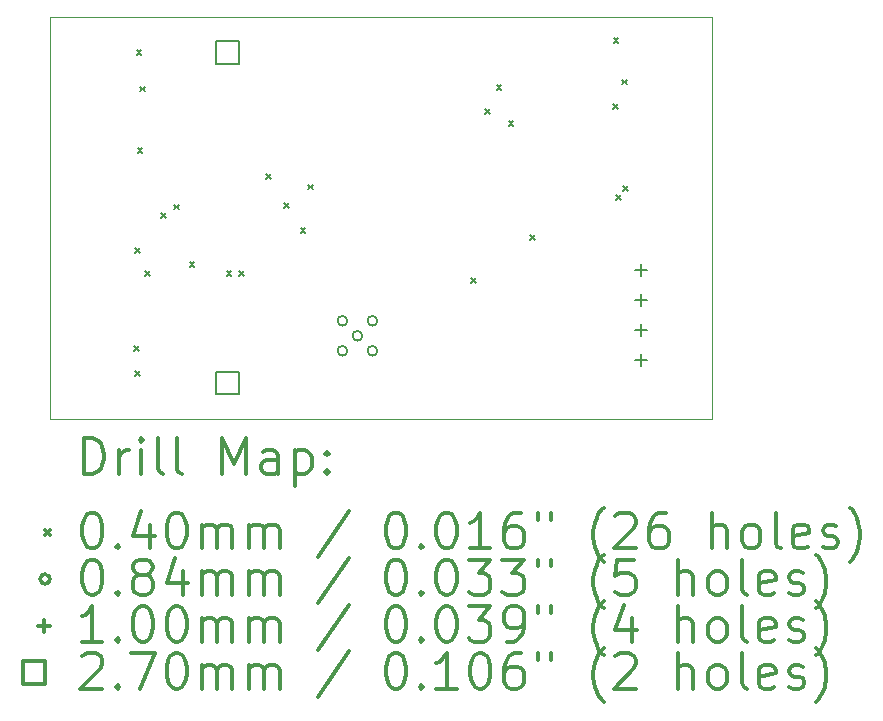
<source format=gbr>
%FSLAX45Y45*%
G04 Gerber Fmt 4.5, Leading zero omitted, Abs format (unit mm)*
G04 Created by KiCad (PCBNEW (5.1.5-0)) date 2022-05-12 16:28:52*
%MOMM*%
%LPD*%
G04 APERTURE LIST*
%TA.AperFunction,Profile*%
%ADD10C,0.050000*%
%TD*%
%ADD11C,0.200000*%
%ADD12C,0.300000*%
G04 APERTURE END LIST*
D10*
X14400000Y-6000000D02*
X8800000Y-6000000D01*
X14400000Y-9400000D02*
X14400000Y-6000000D01*
X8800000Y-9400000D02*
X14400000Y-9400000D01*
X8800000Y-6000000D02*
X8800000Y-9400000D01*
D11*
X9510000Y-8790000D02*
X9550000Y-8830000D01*
X9550000Y-8790000D02*
X9510000Y-8830000D01*
X9520000Y-7960000D02*
X9560000Y-8000000D01*
X9560000Y-7960000D02*
X9520000Y-8000000D01*
X9520000Y-9000000D02*
X9560000Y-9040000D01*
X9560000Y-9000000D02*
X9520000Y-9040000D01*
X9530000Y-6280000D02*
X9570000Y-6320000D01*
X9570000Y-6280000D02*
X9530000Y-6320000D01*
X9540000Y-7110000D02*
X9580000Y-7150000D01*
X9580000Y-7110000D02*
X9540000Y-7150000D01*
X9560000Y-6590000D02*
X9600000Y-6630000D01*
X9600000Y-6590000D02*
X9560000Y-6630000D01*
X9600000Y-8150000D02*
X9640000Y-8190000D01*
X9640000Y-8150000D02*
X9600000Y-8190000D01*
X9740000Y-7660000D02*
X9780000Y-7700000D01*
X9780000Y-7660000D02*
X9740000Y-7700000D01*
X9850000Y-7590000D02*
X9890000Y-7630000D01*
X9890000Y-7590000D02*
X9850000Y-7630000D01*
X9980000Y-8077500D02*
X10020000Y-8117500D01*
X10020000Y-8077500D02*
X9980000Y-8117500D01*
X10292500Y-8150000D02*
X10332500Y-8190000D01*
X10332500Y-8150000D02*
X10292500Y-8190000D01*
X10400000Y-8150000D02*
X10440000Y-8190000D01*
X10440000Y-8150000D02*
X10400000Y-8190000D01*
X10630000Y-7330000D02*
X10670000Y-7370000D01*
X10670000Y-7330000D02*
X10630000Y-7370000D01*
X10780000Y-7577500D02*
X10820000Y-7617500D01*
X10820000Y-7577500D02*
X10780000Y-7617500D01*
X10920000Y-7787500D02*
X10960000Y-7827500D01*
X10960000Y-7787500D02*
X10920000Y-7827500D01*
X10980000Y-7420000D02*
X11020000Y-7460000D01*
X11020000Y-7420000D02*
X10980000Y-7460000D01*
X12360000Y-8210000D02*
X12400000Y-8250000D01*
X12400000Y-8210000D02*
X12360000Y-8250000D01*
X12480000Y-6780000D02*
X12520000Y-6820000D01*
X12520000Y-6780000D02*
X12480000Y-6820000D01*
X12580000Y-6580000D02*
X12620000Y-6620000D01*
X12620000Y-6580000D02*
X12580000Y-6620000D01*
X12680000Y-6880000D02*
X12720000Y-6920000D01*
X12720000Y-6880000D02*
X12680000Y-6920000D01*
X12860000Y-7850000D02*
X12900000Y-7890000D01*
X12900000Y-7850000D02*
X12860000Y-7890000D01*
X13567500Y-6740000D02*
X13607500Y-6780000D01*
X13607500Y-6740000D02*
X13567500Y-6780000D01*
X13570000Y-6180000D02*
X13610000Y-6220000D01*
X13610000Y-6180000D02*
X13570000Y-6220000D01*
X13590000Y-7510000D02*
X13630000Y-7550000D01*
X13630000Y-7510000D02*
X13590000Y-7550000D01*
X13640000Y-6530000D02*
X13680000Y-6570000D01*
X13680000Y-6530000D02*
X13640000Y-6570000D01*
X13650000Y-7430000D02*
X13690000Y-7470000D01*
X13690000Y-7430000D02*
X13650000Y-7470000D01*
X11315000Y-8573000D02*
G75*
G03X11315000Y-8573000I-42000J0D01*
G01*
X11315000Y-8827000D02*
G75*
G03X11315000Y-8827000I-42000J0D01*
G01*
X11442000Y-8700000D02*
G75*
G03X11442000Y-8700000I-42000J0D01*
G01*
X11569000Y-8573000D02*
G75*
G03X11569000Y-8573000I-42000J0D01*
G01*
X11569000Y-8827000D02*
G75*
G03X11569000Y-8827000I-42000J0D01*
G01*
X13800000Y-8090000D02*
X13800000Y-8190000D01*
X13750000Y-8140000D02*
X13850000Y-8140000D01*
X13800000Y-8344000D02*
X13800000Y-8444000D01*
X13750000Y-8394000D02*
X13850000Y-8394000D01*
X13800000Y-8598000D02*
X13800000Y-8698000D01*
X13750000Y-8648000D02*
X13850000Y-8648000D01*
X13800000Y-8852000D02*
X13800000Y-8952000D01*
X13750000Y-8902000D02*
X13850000Y-8902000D01*
X10395460Y-6395460D02*
X10395460Y-6204540D01*
X10204540Y-6204540D01*
X10204540Y-6395460D01*
X10395460Y-6395460D01*
X10395460Y-9195460D02*
X10395460Y-9004540D01*
X10204540Y-9004540D01*
X10204540Y-9195460D01*
X10395460Y-9195460D01*
D12*
X9083928Y-9868214D02*
X9083928Y-9568214D01*
X9155357Y-9568214D01*
X9198214Y-9582500D01*
X9226786Y-9611072D01*
X9241071Y-9639643D01*
X9255357Y-9696786D01*
X9255357Y-9739643D01*
X9241071Y-9796786D01*
X9226786Y-9825357D01*
X9198214Y-9853929D01*
X9155357Y-9868214D01*
X9083928Y-9868214D01*
X9383928Y-9868214D02*
X9383928Y-9668214D01*
X9383928Y-9725357D02*
X9398214Y-9696786D01*
X9412500Y-9682500D01*
X9441071Y-9668214D01*
X9469643Y-9668214D01*
X9569643Y-9868214D02*
X9569643Y-9668214D01*
X9569643Y-9568214D02*
X9555357Y-9582500D01*
X9569643Y-9596786D01*
X9583928Y-9582500D01*
X9569643Y-9568214D01*
X9569643Y-9596786D01*
X9755357Y-9868214D02*
X9726786Y-9853929D01*
X9712500Y-9825357D01*
X9712500Y-9568214D01*
X9912500Y-9868214D02*
X9883928Y-9853929D01*
X9869643Y-9825357D01*
X9869643Y-9568214D01*
X10255357Y-9868214D02*
X10255357Y-9568214D01*
X10355357Y-9782500D01*
X10455357Y-9568214D01*
X10455357Y-9868214D01*
X10726786Y-9868214D02*
X10726786Y-9711072D01*
X10712500Y-9682500D01*
X10683928Y-9668214D01*
X10626786Y-9668214D01*
X10598214Y-9682500D01*
X10726786Y-9853929D02*
X10698214Y-9868214D01*
X10626786Y-9868214D01*
X10598214Y-9853929D01*
X10583928Y-9825357D01*
X10583928Y-9796786D01*
X10598214Y-9768214D01*
X10626786Y-9753929D01*
X10698214Y-9753929D01*
X10726786Y-9739643D01*
X10869643Y-9668214D02*
X10869643Y-9968214D01*
X10869643Y-9682500D02*
X10898214Y-9668214D01*
X10955357Y-9668214D01*
X10983928Y-9682500D01*
X10998214Y-9696786D01*
X11012500Y-9725357D01*
X11012500Y-9811072D01*
X10998214Y-9839643D01*
X10983928Y-9853929D01*
X10955357Y-9868214D01*
X10898214Y-9868214D01*
X10869643Y-9853929D01*
X11141071Y-9839643D02*
X11155357Y-9853929D01*
X11141071Y-9868214D01*
X11126786Y-9853929D01*
X11141071Y-9839643D01*
X11141071Y-9868214D01*
X11141071Y-9682500D02*
X11155357Y-9696786D01*
X11141071Y-9711072D01*
X11126786Y-9696786D01*
X11141071Y-9682500D01*
X11141071Y-9711072D01*
X8757500Y-10342500D02*
X8797500Y-10382500D01*
X8797500Y-10342500D02*
X8757500Y-10382500D01*
X9141071Y-10198214D02*
X9169643Y-10198214D01*
X9198214Y-10212500D01*
X9212500Y-10226786D01*
X9226786Y-10255357D01*
X9241071Y-10312500D01*
X9241071Y-10383929D01*
X9226786Y-10441072D01*
X9212500Y-10469643D01*
X9198214Y-10483929D01*
X9169643Y-10498214D01*
X9141071Y-10498214D01*
X9112500Y-10483929D01*
X9098214Y-10469643D01*
X9083928Y-10441072D01*
X9069643Y-10383929D01*
X9069643Y-10312500D01*
X9083928Y-10255357D01*
X9098214Y-10226786D01*
X9112500Y-10212500D01*
X9141071Y-10198214D01*
X9369643Y-10469643D02*
X9383928Y-10483929D01*
X9369643Y-10498214D01*
X9355357Y-10483929D01*
X9369643Y-10469643D01*
X9369643Y-10498214D01*
X9641071Y-10298214D02*
X9641071Y-10498214D01*
X9569643Y-10183929D02*
X9498214Y-10398214D01*
X9683928Y-10398214D01*
X9855357Y-10198214D02*
X9883928Y-10198214D01*
X9912500Y-10212500D01*
X9926786Y-10226786D01*
X9941071Y-10255357D01*
X9955357Y-10312500D01*
X9955357Y-10383929D01*
X9941071Y-10441072D01*
X9926786Y-10469643D01*
X9912500Y-10483929D01*
X9883928Y-10498214D01*
X9855357Y-10498214D01*
X9826786Y-10483929D01*
X9812500Y-10469643D01*
X9798214Y-10441072D01*
X9783928Y-10383929D01*
X9783928Y-10312500D01*
X9798214Y-10255357D01*
X9812500Y-10226786D01*
X9826786Y-10212500D01*
X9855357Y-10198214D01*
X10083928Y-10498214D02*
X10083928Y-10298214D01*
X10083928Y-10326786D02*
X10098214Y-10312500D01*
X10126786Y-10298214D01*
X10169643Y-10298214D01*
X10198214Y-10312500D01*
X10212500Y-10341072D01*
X10212500Y-10498214D01*
X10212500Y-10341072D02*
X10226786Y-10312500D01*
X10255357Y-10298214D01*
X10298214Y-10298214D01*
X10326786Y-10312500D01*
X10341071Y-10341072D01*
X10341071Y-10498214D01*
X10483928Y-10498214D02*
X10483928Y-10298214D01*
X10483928Y-10326786D02*
X10498214Y-10312500D01*
X10526786Y-10298214D01*
X10569643Y-10298214D01*
X10598214Y-10312500D01*
X10612500Y-10341072D01*
X10612500Y-10498214D01*
X10612500Y-10341072D02*
X10626786Y-10312500D01*
X10655357Y-10298214D01*
X10698214Y-10298214D01*
X10726786Y-10312500D01*
X10741071Y-10341072D01*
X10741071Y-10498214D01*
X11326786Y-10183929D02*
X11069643Y-10569643D01*
X11712500Y-10198214D02*
X11741071Y-10198214D01*
X11769643Y-10212500D01*
X11783928Y-10226786D01*
X11798214Y-10255357D01*
X11812500Y-10312500D01*
X11812500Y-10383929D01*
X11798214Y-10441072D01*
X11783928Y-10469643D01*
X11769643Y-10483929D01*
X11741071Y-10498214D01*
X11712500Y-10498214D01*
X11683928Y-10483929D01*
X11669643Y-10469643D01*
X11655357Y-10441072D01*
X11641071Y-10383929D01*
X11641071Y-10312500D01*
X11655357Y-10255357D01*
X11669643Y-10226786D01*
X11683928Y-10212500D01*
X11712500Y-10198214D01*
X11941071Y-10469643D02*
X11955357Y-10483929D01*
X11941071Y-10498214D01*
X11926786Y-10483929D01*
X11941071Y-10469643D01*
X11941071Y-10498214D01*
X12141071Y-10198214D02*
X12169643Y-10198214D01*
X12198214Y-10212500D01*
X12212500Y-10226786D01*
X12226786Y-10255357D01*
X12241071Y-10312500D01*
X12241071Y-10383929D01*
X12226786Y-10441072D01*
X12212500Y-10469643D01*
X12198214Y-10483929D01*
X12169643Y-10498214D01*
X12141071Y-10498214D01*
X12112500Y-10483929D01*
X12098214Y-10469643D01*
X12083928Y-10441072D01*
X12069643Y-10383929D01*
X12069643Y-10312500D01*
X12083928Y-10255357D01*
X12098214Y-10226786D01*
X12112500Y-10212500D01*
X12141071Y-10198214D01*
X12526786Y-10498214D02*
X12355357Y-10498214D01*
X12441071Y-10498214D02*
X12441071Y-10198214D01*
X12412500Y-10241072D01*
X12383928Y-10269643D01*
X12355357Y-10283929D01*
X12783928Y-10198214D02*
X12726786Y-10198214D01*
X12698214Y-10212500D01*
X12683928Y-10226786D01*
X12655357Y-10269643D01*
X12641071Y-10326786D01*
X12641071Y-10441072D01*
X12655357Y-10469643D01*
X12669643Y-10483929D01*
X12698214Y-10498214D01*
X12755357Y-10498214D01*
X12783928Y-10483929D01*
X12798214Y-10469643D01*
X12812500Y-10441072D01*
X12812500Y-10369643D01*
X12798214Y-10341072D01*
X12783928Y-10326786D01*
X12755357Y-10312500D01*
X12698214Y-10312500D01*
X12669643Y-10326786D01*
X12655357Y-10341072D01*
X12641071Y-10369643D01*
X12926786Y-10198214D02*
X12926786Y-10255357D01*
X13041071Y-10198214D02*
X13041071Y-10255357D01*
X13483928Y-10612500D02*
X13469643Y-10598214D01*
X13441071Y-10555357D01*
X13426786Y-10526786D01*
X13412500Y-10483929D01*
X13398214Y-10412500D01*
X13398214Y-10355357D01*
X13412500Y-10283929D01*
X13426786Y-10241072D01*
X13441071Y-10212500D01*
X13469643Y-10169643D01*
X13483928Y-10155357D01*
X13583928Y-10226786D02*
X13598214Y-10212500D01*
X13626786Y-10198214D01*
X13698214Y-10198214D01*
X13726786Y-10212500D01*
X13741071Y-10226786D01*
X13755357Y-10255357D01*
X13755357Y-10283929D01*
X13741071Y-10326786D01*
X13569643Y-10498214D01*
X13755357Y-10498214D01*
X14012500Y-10198214D02*
X13955357Y-10198214D01*
X13926786Y-10212500D01*
X13912500Y-10226786D01*
X13883928Y-10269643D01*
X13869643Y-10326786D01*
X13869643Y-10441072D01*
X13883928Y-10469643D01*
X13898214Y-10483929D01*
X13926786Y-10498214D01*
X13983928Y-10498214D01*
X14012500Y-10483929D01*
X14026786Y-10469643D01*
X14041071Y-10441072D01*
X14041071Y-10369643D01*
X14026786Y-10341072D01*
X14012500Y-10326786D01*
X13983928Y-10312500D01*
X13926786Y-10312500D01*
X13898214Y-10326786D01*
X13883928Y-10341072D01*
X13869643Y-10369643D01*
X14398214Y-10498214D02*
X14398214Y-10198214D01*
X14526786Y-10498214D02*
X14526786Y-10341072D01*
X14512500Y-10312500D01*
X14483928Y-10298214D01*
X14441071Y-10298214D01*
X14412500Y-10312500D01*
X14398214Y-10326786D01*
X14712500Y-10498214D02*
X14683928Y-10483929D01*
X14669643Y-10469643D01*
X14655357Y-10441072D01*
X14655357Y-10355357D01*
X14669643Y-10326786D01*
X14683928Y-10312500D01*
X14712500Y-10298214D01*
X14755357Y-10298214D01*
X14783928Y-10312500D01*
X14798214Y-10326786D01*
X14812500Y-10355357D01*
X14812500Y-10441072D01*
X14798214Y-10469643D01*
X14783928Y-10483929D01*
X14755357Y-10498214D01*
X14712500Y-10498214D01*
X14983928Y-10498214D02*
X14955357Y-10483929D01*
X14941071Y-10455357D01*
X14941071Y-10198214D01*
X15212500Y-10483929D02*
X15183928Y-10498214D01*
X15126786Y-10498214D01*
X15098214Y-10483929D01*
X15083928Y-10455357D01*
X15083928Y-10341072D01*
X15098214Y-10312500D01*
X15126786Y-10298214D01*
X15183928Y-10298214D01*
X15212500Y-10312500D01*
X15226786Y-10341072D01*
X15226786Y-10369643D01*
X15083928Y-10398214D01*
X15341071Y-10483929D02*
X15369643Y-10498214D01*
X15426786Y-10498214D01*
X15455357Y-10483929D01*
X15469643Y-10455357D01*
X15469643Y-10441072D01*
X15455357Y-10412500D01*
X15426786Y-10398214D01*
X15383928Y-10398214D01*
X15355357Y-10383929D01*
X15341071Y-10355357D01*
X15341071Y-10341072D01*
X15355357Y-10312500D01*
X15383928Y-10298214D01*
X15426786Y-10298214D01*
X15455357Y-10312500D01*
X15569643Y-10612500D02*
X15583928Y-10598214D01*
X15612500Y-10555357D01*
X15626786Y-10526786D01*
X15641071Y-10483929D01*
X15655357Y-10412500D01*
X15655357Y-10355357D01*
X15641071Y-10283929D01*
X15626786Y-10241072D01*
X15612500Y-10212500D01*
X15583928Y-10169643D01*
X15569643Y-10155357D01*
X8797500Y-10758500D02*
G75*
G03X8797500Y-10758500I-42000J0D01*
G01*
X9141071Y-10594214D02*
X9169643Y-10594214D01*
X9198214Y-10608500D01*
X9212500Y-10622786D01*
X9226786Y-10651357D01*
X9241071Y-10708500D01*
X9241071Y-10779929D01*
X9226786Y-10837072D01*
X9212500Y-10865643D01*
X9198214Y-10879929D01*
X9169643Y-10894214D01*
X9141071Y-10894214D01*
X9112500Y-10879929D01*
X9098214Y-10865643D01*
X9083928Y-10837072D01*
X9069643Y-10779929D01*
X9069643Y-10708500D01*
X9083928Y-10651357D01*
X9098214Y-10622786D01*
X9112500Y-10608500D01*
X9141071Y-10594214D01*
X9369643Y-10865643D02*
X9383928Y-10879929D01*
X9369643Y-10894214D01*
X9355357Y-10879929D01*
X9369643Y-10865643D01*
X9369643Y-10894214D01*
X9555357Y-10722786D02*
X9526786Y-10708500D01*
X9512500Y-10694214D01*
X9498214Y-10665643D01*
X9498214Y-10651357D01*
X9512500Y-10622786D01*
X9526786Y-10608500D01*
X9555357Y-10594214D01*
X9612500Y-10594214D01*
X9641071Y-10608500D01*
X9655357Y-10622786D01*
X9669643Y-10651357D01*
X9669643Y-10665643D01*
X9655357Y-10694214D01*
X9641071Y-10708500D01*
X9612500Y-10722786D01*
X9555357Y-10722786D01*
X9526786Y-10737072D01*
X9512500Y-10751357D01*
X9498214Y-10779929D01*
X9498214Y-10837072D01*
X9512500Y-10865643D01*
X9526786Y-10879929D01*
X9555357Y-10894214D01*
X9612500Y-10894214D01*
X9641071Y-10879929D01*
X9655357Y-10865643D01*
X9669643Y-10837072D01*
X9669643Y-10779929D01*
X9655357Y-10751357D01*
X9641071Y-10737072D01*
X9612500Y-10722786D01*
X9926786Y-10694214D02*
X9926786Y-10894214D01*
X9855357Y-10579929D02*
X9783928Y-10794214D01*
X9969643Y-10794214D01*
X10083928Y-10894214D02*
X10083928Y-10694214D01*
X10083928Y-10722786D02*
X10098214Y-10708500D01*
X10126786Y-10694214D01*
X10169643Y-10694214D01*
X10198214Y-10708500D01*
X10212500Y-10737072D01*
X10212500Y-10894214D01*
X10212500Y-10737072D02*
X10226786Y-10708500D01*
X10255357Y-10694214D01*
X10298214Y-10694214D01*
X10326786Y-10708500D01*
X10341071Y-10737072D01*
X10341071Y-10894214D01*
X10483928Y-10894214D02*
X10483928Y-10694214D01*
X10483928Y-10722786D02*
X10498214Y-10708500D01*
X10526786Y-10694214D01*
X10569643Y-10694214D01*
X10598214Y-10708500D01*
X10612500Y-10737072D01*
X10612500Y-10894214D01*
X10612500Y-10737072D02*
X10626786Y-10708500D01*
X10655357Y-10694214D01*
X10698214Y-10694214D01*
X10726786Y-10708500D01*
X10741071Y-10737072D01*
X10741071Y-10894214D01*
X11326786Y-10579929D02*
X11069643Y-10965643D01*
X11712500Y-10594214D02*
X11741071Y-10594214D01*
X11769643Y-10608500D01*
X11783928Y-10622786D01*
X11798214Y-10651357D01*
X11812500Y-10708500D01*
X11812500Y-10779929D01*
X11798214Y-10837072D01*
X11783928Y-10865643D01*
X11769643Y-10879929D01*
X11741071Y-10894214D01*
X11712500Y-10894214D01*
X11683928Y-10879929D01*
X11669643Y-10865643D01*
X11655357Y-10837072D01*
X11641071Y-10779929D01*
X11641071Y-10708500D01*
X11655357Y-10651357D01*
X11669643Y-10622786D01*
X11683928Y-10608500D01*
X11712500Y-10594214D01*
X11941071Y-10865643D02*
X11955357Y-10879929D01*
X11941071Y-10894214D01*
X11926786Y-10879929D01*
X11941071Y-10865643D01*
X11941071Y-10894214D01*
X12141071Y-10594214D02*
X12169643Y-10594214D01*
X12198214Y-10608500D01*
X12212500Y-10622786D01*
X12226786Y-10651357D01*
X12241071Y-10708500D01*
X12241071Y-10779929D01*
X12226786Y-10837072D01*
X12212500Y-10865643D01*
X12198214Y-10879929D01*
X12169643Y-10894214D01*
X12141071Y-10894214D01*
X12112500Y-10879929D01*
X12098214Y-10865643D01*
X12083928Y-10837072D01*
X12069643Y-10779929D01*
X12069643Y-10708500D01*
X12083928Y-10651357D01*
X12098214Y-10622786D01*
X12112500Y-10608500D01*
X12141071Y-10594214D01*
X12341071Y-10594214D02*
X12526786Y-10594214D01*
X12426786Y-10708500D01*
X12469643Y-10708500D01*
X12498214Y-10722786D01*
X12512500Y-10737072D01*
X12526786Y-10765643D01*
X12526786Y-10837072D01*
X12512500Y-10865643D01*
X12498214Y-10879929D01*
X12469643Y-10894214D01*
X12383928Y-10894214D01*
X12355357Y-10879929D01*
X12341071Y-10865643D01*
X12626786Y-10594214D02*
X12812500Y-10594214D01*
X12712500Y-10708500D01*
X12755357Y-10708500D01*
X12783928Y-10722786D01*
X12798214Y-10737072D01*
X12812500Y-10765643D01*
X12812500Y-10837072D01*
X12798214Y-10865643D01*
X12783928Y-10879929D01*
X12755357Y-10894214D01*
X12669643Y-10894214D01*
X12641071Y-10879929D01*
X12626786Y-10865643D01*
X12926786Y-10594214D02*
X12926786Y-10651357D01*
X13041071Y-10594214D02*
X13041071Y-10651357D01*
X13483928Y-11008500D02*
X13469643Y-10994214D01*
X13441071Y-10951357D01*
X13426786Y-10922786D01*
X13412500Y-10879929D01*
X13398214Y-10808500D01*
X13398214Y-10751357D01*
X13412500Y-10679929D01*
X13426786Y-10637072D01*
X13441071Y-10608500D01*
X13469643Y-10565643D01*
X13483928Y-10551357D01*
X13741071Y-10594214D02*
X13598214Y-10594214D01*
X13583928Y-10737072D01*
X13598214Y-10722786D01*
X13626786Y-10708500D01*
X13698214Y-10708500D01*
X13726786Y-10722786D01*
X13741071Y-10737072D01*
X13755357Y-10765643D01*
X13755357Y-10837072D01*
X13741071Y-10865643D01*
X13726786Y-10879929D01*
X13698214Y-10894214D01*
X13626786Y-10894214D01*
X13598214Y-10879929D01*
X13583928Y-10865643D01*
X14112500Y-10894214D02*
X14112500Y-10594214D01*
X14241071Y-10894214D02*
X14241071Y-10737072D01*
X14226786Y-10708500D01*
X14198214Y-10694214D01*
X14155357Y-10694214D01*
X14126786Y-10708500D01*
X14112500Y-10722786D01*
X14426786Y-10894214D02*
X14398214Y-10879929D01*
X14383928Y-10865643D01*
X14369643Y-10837072D01*
X14369643Y-10751357D01*
X14383928Y-10722786D01*
X14398214Y-10708500D01*
X14426786Y-10694214D01*
X14469643Y-10694214D01*
X14498214Y-10708500D01*
X14512500Y-10722786D01*
X14526786Y-10751357D01*
X14526786Y-10837072D01*
X14512500Y-10865643D01*
X14498214Y-10879929D01*
X14469643Y-10894214D01*
X14426786Y-10894214D01*
X14698214Y-10894214D02*
X14669643Y-10879929D01*
X14655357Y-10851357D01*
X14655357Y-10594214D01*
X14926786Y-10879929D02*
X14898214Y-10894214D01*
X14841071Y-10894214D01*
X14812500Y-10879929D01*
X14798214Y-10851357D01*
X14798214Y-10737072D01*
X14812500Y-10708500D01*
X14841071Y-10694214D01*
X14898214Y-10694214D01*
X14926786Y-10708500D01*
X14941071Y-10737072D01*
X14941071Y-10765643D01*
X14798214Y-10794214D01*
X15055357Y-10879929D02*
X15083928Y-10894214D01*
X15141071Y-10894214D01*
X15169643Y-10879929D01*
X15183928Y-10851357D01*
X15183928Y-10837072D01*
X15169643Y-10808500D01*
X15141071Y-10794214D01*
X15098214Y-10794214D01*
X15069643Y-10779929D01*
X15055357Y-10751357D01*
X15055357Y-10737072D01*
X15069643Y-10708500D01*
X15098214Y-10694214D01*
X15141071Y-10694214D01*
X15169643Y-10708500D01*
X15283928Y-11008500D02*
X15298214Y-10994214D01*
X15326786Y-10951357D01*
X15341071Y-10922786D01*
X15355357Y-10879929D01*
X15369643Y-10808500D01*
X15369643Y-10751357D01*
X15355357Y-10679929D01*
X15341071Y-10637072D01*
X15326786Y-10608500D01*
X15298214Y-10565643D01*
X15283928Y-10551357D01*
X8747500Y-11104500D02*
X8747500Y-11204500D01*
X8697500Y-11154500D02*
X8797500Y-11154500D01*
X9241071Y-11290214D02*
X9069643Y-11290214D01*
X9155357Y-11290214D02*
X9155357Y-10990214D01*
X9126786Y-11033072D01*
X9098214Y-11061643D01*
X9069643Y-11075929D01*
X9369643Y-11261643D02*
X9383928Y-11275929D01*
X9369643Y-11290214D01*
X9355357Y-11275929D01*
X9369643Y-11261643D01*
X9369643Y-11290214D01*
X9569643Y-10990214D02*
X9598214Y-10990214D01*
X9626786Y-11004500D01*
X9641071Y-11018786D01*
X9655357Y-11047357D01*
X9669643Y-11104500D01*
X9669643Y-11175929D01*
X9655357Y-11233071D01*
X9641071Y-11261643D01*
X9626786Y-11275929D01*
X9598214Y-11290214D01*
X9569643Y-11290214D01*
X9541071Y-11275929D01*
X9526786Y-11261643D01*
X9512500Y-11233071D01*
X9498214Y-11175929D01*
X9498214Y-11104500D01*
X9512500Y-11047357D01*
X9526786Y-11018786D01*
X9541071Y-11004500D01*
X9569643Y-10990214D01*
X9855357Y-10990214D02*
X9883928Y-10990214D01*
X9912500Y-11004500D01*
X9926786Y-11018786D01*
X9941071Y-11047357D01*
X9955357Y-11104500D01*
X9955357Y-11175929D01*
X9941071Y-11233071D01*
X9926786Y-11261643D01*
X9912500Y-11275929D01*
X9883928Y-11290214D01*
X9855357Y-11290214D01*
X9826786Y-11275929D01*
X9812500Y-11261643D01*
X9798214Y-11233071D01*
X9783928Y-11175929D01*
X9783928Y-11104500D01*
X9798214Y-11047357D01*
X9812500Y-11018786D01*
X9826786Y-11004500D01*
X9855357Y-10990214D01*
X10083928Y-11290214D02*
X10083928Y-11090214D01*
X10083928Y-11118786D02*
X10098214Y-11104500D01*
X10126786Y-11090214D01*
X10169643Y-11090214D01*
X10198214Y-11104500D01*
X10212500Y-11133072D01*
X10212500Y-11290214D01*
X10212500Y-11133072D02*
X10226786Y-11104500D01*
X10255357Y-11090214D01*
X10298214Y-11090214D01*
X10326786Y-11104500D01*
X10341071Y-11133072D01*
X10341071Y-11290214D01*
X10483928Y-11290214D02*
X10483928Y-11090214D01*
X10483928Y-11118786D02*
X10498214Y-11104500D01*
X10526786Y-11090214D01*
X10569643Y-11090214D01*
X10598214Y-11104500D01*
X10612500Y-11133072D01*
X10612500Y-11290214D01*
X10612500Y-11133072D02*
X10626786Y-11104500D01*
X10655357Y-11090214D01*
X10698214Y-11090214D01*
X10726786Y-11104500D01*
X10741071Y-11133072D01*
X10741071Y-11290214D01*
X11326786Y-10975929D02*
X11069643Y-11361643D01*
X11712500Y-10990214D02*
X11741071Y-10990214D01*
X11769643Y-11004500D01*
X11783928Y-11018786D01*
X11798214Y-11047357D01*
X11812500Y-11104500D01*
X11812500Y-11175929D01*
X11798214Y-11233071D01*
X11783928Y-11261643D01*
X11769643Y-11275929D01*
X11741071Y-11290214D01*
X11712500Y-11290214D01*
X11683928Y-11275929D01*
X11669643Y-11261643D01*
X11655357Y-11233071D01*
X11641071Y-11175929D01*
X11641071Y-11104500D01*
X11655357Y-11047357D01*
X11669643Y-11018786D01*
X11683928Y-11004500D01*
X11712500Y-10990214D01*
X11941071Y-11261643D02*
X11955357Y-11275929D01*
X11941071Y-11290214D01*
X11926786Y-11275929D01*
X11941071Y-11261643D01*
X11941071Y-11290214D01*
X12141071Y-10990214D02*
X12169643Y-10990214D01*
X12198214Y-11004500D01*
X12212500Y-11018786D01*
X12226786Y-11047357D01*
X12241071Y-11104500D01*
X12241071Y-11175929D01*
X12226786Y-11233071D01*
X12212500Y-11261643D01*
X12198214Y-11275929D01*
X12169643Y-11290214D01*
X12141071Y-11290214D01*
X12112500Y-11275929D01*
X12098214Y-11261643D01*
X12083928Y-11233071D01*
X12069643Y-11175929D01*
X12069643Y-11104500D01*
X12083928Y-11047357D01*
X12098214Y-11018786D01*
X12112500Y-11004500D01*
X12141071Y-10990214D01*
X12341071Y-10990214D02*
X12526786Y-10990214D01*
X12426786Y-11104500D01*
X12469643Y-11104500D01*
X12498214Y-11118786D01*
X12512500Y-11133072D01*
X12526786Y-11161643D01*
X12526786Y-11233071D01*
X12512500Y-11261643D01*
X12498214Y-11275929D01*
X12469643Y-11290214D01*
X12383928Y-11290214D01*
X12355357Y-11275929D01*
X12341071Y-11261643D01*
X12669643Y-11290214D02*
X12726786Y-11290214D01*
X12755357Y-11275929D01*
X12769643Y-11261643D01*
X12798214Y-11218786D01*
X12812500Y-11161643D01*
X12812500Y-11047357D01*
X12798214Y-11018786D01*
X12783928Y-11004500D01*
X12755357Y-10990214D01*
X12698214Y-10990214D01*
X12669643Y-11004500D01*
X12655357Y-11018786D01*
X12641071Y-11047357D01*
X12641071Y-11118786D01*
X12655357Y-11147357D01*
X12669643Y-11161643D01*
X12698214Y-11175929D01*
X12755357Y-11175929D01*
X12783928Y-11161643D01*
X12798214Y-11147357D01*
X12812500Y-11118786D01*
X12926786Y-10990214D02*
X12926786Y-11047357D01*
X13041071Y-10990214D02*
X13041071Y-11047357D01*
X13483928Y-11404500D02*
X13469643Y-11390214D01*
X13441071Y-11347357D01*
X13426786Y-11318786D01*
X13412500Y-11275929D01*
X13398214Y-11204500D01*
X13398214Y-11147357D01*
X13412500Y-11075929D01*
X13426786Y-11033072D01*
X13441071Y-11004500D01*
X13469643Y-10961643D01*
X13483928Y-10947357D01*
X13726786Y-11090214D02*
X13726786Y-11290214D01*
X13655357Y-10975929D02*
X13583928Y-11190214D01*
X13769643Y-11190214D01*
X14112500Y-11290214D02*
X14112500Y-10990214D01*
X14241071Y-11290214D02*
X14241071Y-11133072D01*
X14226786Y-11104500D01*
X14198214Y-11090214D01*
X14155357Y-11090214D01*
X14126786Y-11104500D01*
X14112500Y-11118786D01*
X14426786Y-11290214D02*
X14398214Y-11275929D01*
X14383928Y-11261643D01*
X14369643Y-11233071D01*
X14369643Y-11147357D01*
X14383928Y-11118786D01*
X14398214Y-11104500D01*
X14426786Y-11090214D01*
X14469643Y-11090214D01*
X14498214Y-11104500D01*
X14512500Y-11118786D01*
X14526786Y-11147357D01*
X14526786Y-11233071D01*
X14512500Y-11261643D01*
X14498214Y-11275929D01*
X14469643Y-11290214D01*
X14426786Y-11290214D01*
X14698214Y-11290214D02*
X14669643Y-11275929D01*
X14655357Y-11247357D01*
X14655357Y-10990214D01*
X14926786Y-11275929D02*
X14898214Y-11290214D01*
X14841071Y-11290214D01*
X14812500Y-11275929D01*
X14798214Y-11247357D01*
X14798214Y-11133072D01*
X14812500Y-11104500D01*
X14841071Y-11090214D01*
X14898214Y-11090214D01*
X14926786Y-11104500D01*
X14941071Y-11133072D01*
X14941071Y-11161643D01*
X14798214Y-11190214D01*
X15055357Y-11275929D02*
X15083928Y-11290214D01*
X15141071Y-11290214D01*
X15169643Y-11275929D01*
X15183928Y-11247357D01*
X15183928Y-11233071D01*
X15169643Y-11204500D01*
X15141071Y-11190214D01*
X15098214Y-11190214D01*
X15069643Y-11175929D01*
X15055357Y-11147357D01*
X15055357Y-11133072D01*
X15069643Y-11104500D01*
X15098214Y-11090214D01*
X15141071Y-11090214D01*
X15169643Y-11104500D01*
X15283928Y-11404500D02*
X15298214Y-11390214D01*
X15326786Y-11347357D01*
X15341071Y-11318786D01*
X15355357Y-11275929D01*
X15369643Y-11204500D01*
X15369643Y-11147357D01*
X15355357Y-11075929D01*
X15341071Y-11033072D01*
X15326786Y-11004500D01*
X15298214Y-10961643D01*
X15283928Y-10947357D01*
X8757960Y-11645960D02*
X8757960Y-11455040D01*
X8567040Y-11455040D01*
X8567040Y-11645960D01*
X8757960Y-11645960D01*
X9069643Y-11414786D02*
X9083928Y-11400500D01*
X9112500Y-11386214D01*
X9183928Y-11386214D01*
X9212500Y-11400500D01*
X9226786Y-11414786D01*
X9241071Y-11443357D01*
X9241071Y-11471929D01*
X9226786Y-11514786D01*
X9055357Y-11686214D01*
X9241071Y-11686214D01*
X9369643Y-11657643D02*
X9383928Y-11671929D01*
X9369643Y-11686214D01*
X9355357Y-11671929D01*
X9369643Y-11657643D01*
X9369643Y-11686214D01*
X9483928Y-11386214D02*
X9683928Y-11386214D01*
X9555357Y-11686214D01*
X9855357Y-11386214D02*
X9883928Y-11386214D01*
X9912500Y-11400500D01*
X9926786Y-11414786D01*
X9941071Y-11443357D01*
X9955357Y-11500500D01*
X9955357Y-11571929D01*
X9941071Y-11629071D01*
X9926786Y-11657643D01*
X9912500Y-11671929D01*
X9883928Y-11686214D01*
X9855357Y-11686214D01*
X9826786Y-11671929D01*
X9812500Y-11657643D01*
X9798214Y-11629071D01*
X9783928Y-11571929D01*
X9783928Y-11500500D01*
X9798214Y-11443357D01*
X9812500Y-11414786D01*
X9826786Y-11400500D01*
X9855357Y-11386214D01*
X10083928Y-11686214D02*
X10083928Y-11486214D01*
X10083928Y-11514786D02*
X10098214Y-11500500D01*
X10126786Y-11486214D01*
X10169643Y-11486214D01*
X10198214Y-11500500D01*
X10212500Y-11529071D01*
X10212500Y-11686214D01*
X10212500Y-11529071D02*
X10226786Y-11500500D01*
X10255357Y-11486214D01*
X10298214Y-11486214D01*
X10326786Y-11500500D01*
X10341071Y-11529071D01*
X10341071Y-11686214D01*
X10483928Y-11686214D02*
X10483928Y-11486214D01*
X10483928Y-11514786D02*
X10498214Y-11500500D01*
X10526786Y-11486214D01*
X10569643Y-11486214D01*
X10598214Y-11500500D01*
X10612500Y-11529071D01*
X10612500Y-11686214D01*
X10612500Y-11529071D02*
X10626786Y-11500500D01*
X10655357Y-11486214D01*
X10698214Y-11486214D01*
X10726786Y-11500500D01*
X10741071Y-11529071D01*
X10741071Y-11686214D01*
X11326786Y-11371929D02*
X11069643Y-11757643D01*
X11712500Y-11386214D02*
X11741071Y-11386214D01*
X11769643Y-11400500D01*
X11783928Y-11414786D01*
X11798214Y-11443357D01*
X11812500Y-11500500D01*
X11812500Y-11571929D01*
X11798214Y-11629071D01*
X11783928Y-11657643D01*
X11769643Y-11671929D01*
X11741071Y-11686214D01*
X11712500Y-11686214D01*
X11683928Y-11671929D01*
X11669643Y-11657643D01*
X11655357Y-11629071D01*
X11641071Y-11571929D01*
X11641071Y-11500500D01*
X11655357Y-11443357D01*
X11669643Y-11414786D01*
X11683928Y-11400500D01*
X11712500Y-11386214D01*
X11941071Y-11657643D02*
X11955357Y-11671929D01*
X11941071Y-11686214D01*
X11926786Y-11671929D01*
X11941071Y-11657643D01*
X11941071Y-11686214D01*
X12241071Y-11686214D02*
X12069643Y-11686214D01*
X12155357Y-11686214D02*
X12155357Y-11386214D01*
X12126786Y-11429071D01*
X12098214Y-11457643D01*
X12069643Y-11471929D01*
X12426786Y-11386214D02*
X12455357Y-11386214D01*
X12483928Y-11400500D01*
X12498214Y-11414786D01*
X12512500Y-11443357D01*
X12526786Y-11500500D01*
X12526786Y-11571929D01*
X12512500Y-11629071D01*
X12498214Y-11657643D01*
X12483928Y-11671929D01*
X12455357Y-11686214D01*
X12426786Y-11686214D01*
X12398214Y-11671929D01*
X12383928Y-11657643D01*
X12369643Y-11629071D01*
X12355357Y-11571929D01*
X12355357Y-11500500D01*
X12369643Y-11443357D01*
X12383928Y-11414786D01*
X12398214Y-11400500D01*
X12426786Y-11386214D01*
X12783928Y-11386214D02*
X12726786Y-11386214D01*
X12698214Y-11400500D01*
X12683928Y-11414786D01*
X12655357Y-11457643D01*
X12641071Y-11514786D01*
X12641071Y-11629071D01*
X12655357Y-11657643D01*
X12669643Y-11671929D01*
X12698214Y-11686214D01*
X12755357Y-11686214D01*
X12783928Y-11671929D01*
X12798214Y-11657643D01*
X12812500Y-11629071D01*
X12812500Y-11557643D01*
X12798214Y-11529071D01*
X12783928Y-11514786D01*
X12755357Y-11500500D01*
X12698214Y-11500500D01*
X12669643Y-11514786D01*
X12655357Y-11529071D01*
X12641071Y-11557643D01*
X12926786Y-11386214D02*
X12926786Y-11443357D01*
X13041071Y-11386214D02*
X13041071Y-11443357D01*
X13483928Y-11800500D02*
X13469643Y-11786214D01*
X13441071Y-11743357D01*
X13426786Y-11714786D01*
X13412500Y-11671929D01*
X13398214Y-11600500D01*
X13398214Y-11543357D01*
X13412500Y-11471929D01*
X13426786Y-11429071D01*
X13441071Y-11400500D01*
X13469643Y-11357643D01*
X13483928Y-11343357D01*
X13583928Y-11414786D02*
X13598214Y-11400500D01*
X13626786Y-11386214D01*
X13698214Y-11386214D01*
X13726786Y-11400500D01*
X13741071Y-11414786D01*
X13755357Y-11443357D01*
X13755357Y-11471929D01*
X13741071Y-11514786D01*
X13569643Y-11686214D01*
X13755357Y-11686214D01*
X14112500Y-11686214D02*
X14112500Y-11386214D01*
X14241071Y-11686214D02*
X14241071Y-11529071D01*
X14226786Y-11500500D01*
X14198214Y-11486214D01*
X14155357Y-11486214D01*
X14126786Y-11500500D01*
X14112500Y-11514786D01*
X14426786Y-11686214D02*
X14398214Y-11671929D01*
X14383928Y-11657643D01*
X14369643Y-11629071D01*
X14369643Y-11543357D01*
X14383928Y-11514786D01*
X14398214Y-11500500D01*
X14426786Y-11486214D01*
X14469643Y-11486214D01*
X14498214Y-11500500D01*
X14512500Y-11514786D01*
X14526786Y-11543357D01*
X14526786Y-11629071D01*
X14512500Y-11657643D01*
X14498214Y-11671929D01*
X14469643Y-11686214D01*
X14426786Y-11686214D01*
X14698214Y-11686214D02*
X14669643Y-11671929D01*
X14655357Y-11643357D01*
X14655357Y-11386214D01*
X14926786Y-11671929D02*
X14898214Y-11686214D01*
X14841071Y-11686214D01*
X14812500Y-11671929D01*
X14798214Y-11643357D01*
X14798214Y-11529071D01*
X14812500Y-11500500D01*
X14841071Y-11486214D01*
X14898214Y-11486214D01*
X14926786Y-11500500D01*
X14941071Y-11529071D01*
X14941071Y-11557643D01*
X14798214Y-11586214D01*
X15055357Y-11671929D02*
X15083928Y-11686214D01*
X15141071Y-11686214D01*
X15169643Y-11671929D01*
X15183928Y-11643357D01*
X15183928Y-11629071D01*
X15169643Y-11600500D01*
X15141071Y-11586214D01*
X15098214Y-11586214D01*
X15069643Y-11571929D01*
X15055357Y-11543357D01*
X15055357Y-11529071D01*
X15069643Y-11500500D01*
X15098214Y-11486214D01*
X15141071Y-11486214D01*
X15169643Y-11500500D01*
X15283928Y-11800500D02*
X15298214Y-11786214D01*
X15326786Y-11743357D01*
X15341071Y-11714786D01*
X15355357Y-11671929D01*
X15369643Y-11600500D01*
X15369643Y-11543357D01*
X15355357Y-11471929D01*
X15341071Y-11429071D01*
X15326786Y-11400500D01*
X15298214Y-11357643D01*
X15283928Y-11343357D01*
M02*

</source>
